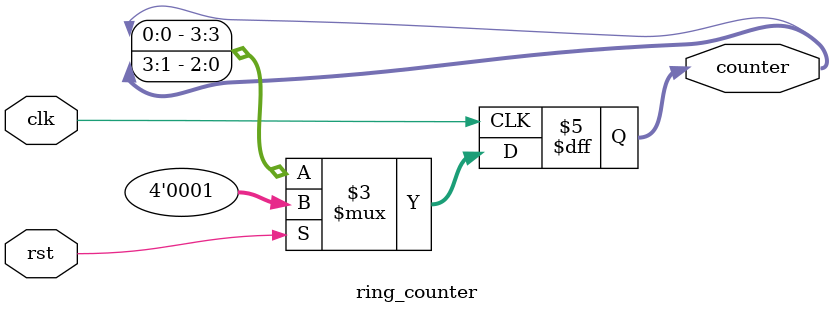
<source format=v>
module ring_counter (clk,rst,counter);
parameter N=4;
input clk,rst;
output reg [N-1:0]counter;

always @(posedge clk)
begin
if(rst)
counter <= 1;
else
counter <= {counter[0],counter[N-1:1]};
end
endmodule
</source>
